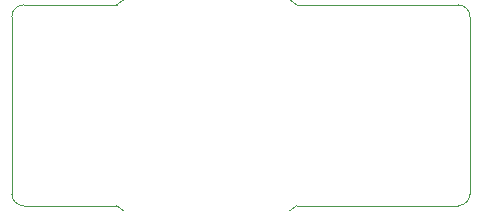
<source format=gm1>
%TF.GenerationSoftware,KiCad,Pcbnew,(5.1.9)-1*%
%TF.CreationDate,2021-07-26T22:04:17+08:00*%
%TF.ProjectId,BR-2slash3A,42522d32-736c-4617-9368-33412e6b6963,rev?*%
%TF.SameCoordinates,Original*%
%TF.FileFunction,Profile,NP*%
%FSLAX46Y46*%
G04 Gerber Fmt 4.6, Leading zero omitted, Abs format (unit mm)*
G04 Created by KiCad (PCBNEW (5.1.9)-1) date 2021-07-26 22:04:17*
%MOMM*%
%LPD*%
G01*
G04 APERTURE LIST*
%TA.AperFunction,Profile*%
%ADD10C,0.050000*%
%TD*%
G04 APERTURE END LIST*
D10*
X140334999Y-93589998D02*
G75*
G02*
X125095002Y-93589999I-7619999J8499998D01*
G01*
X117205000Y-93590000D02*
X125095001Y-93590000D01*
X153995000Y-93590000D02*
X140335000Y-93590000D01*
X125095001Y-76590001D02*
G75*
G02*
X140334999Y-76590001I7619999J-8499999D01*
G01*
X117205000Y-76590000D02*
X125095000Y-76590000D01*
X153995000Y-76590000D02*
X140335000Y-76590000D01*
X154995000Y-92590000D02*
G75*
G02*
X153995000Y-93590000I-1000000J0D01*
G01*
X153995000Y-76590000D02*
G75*
G02*
X154995000Y-77590000I0J-1000000D01*
G01*
X116205000Y-77590000D02*
G75*
G02*
X117205000Y-76590000I1000000J0D01*
G01*
X117205000Y-93590000D02*
G75*
G02*
X116205000Y-92590000I0J1000000D01*
G01*
X154995000Y-92590000D02*
X154995000Y-77590000D01*
X116205000Y-77590000D02*
X116205000Y-92590000D01*
M02*

</source>
